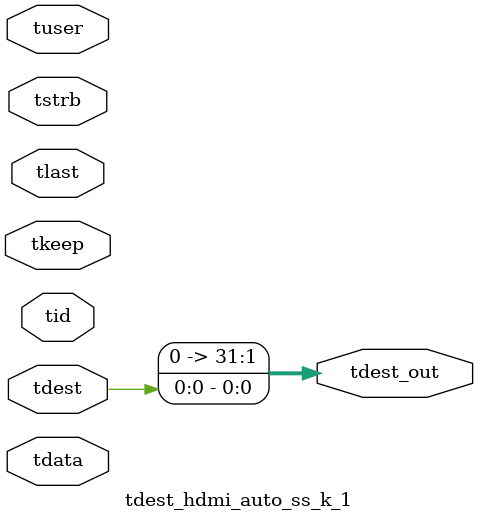
<source format=v>


`timescale 1ps/1ps

module tdest_hdmi_auto_ss_k_1 #
(
parameter C_S_AXIS_TDATA_WIDTH = 32,
parameter C_S_AXIS_TUSER_WIDTH = 0,
parameter C_S_AXIS_TID_WIDTH   = 0,
parameter C_S_AXIS_TDEST_WIDTH = 0,
parameter C_M_AXIS_TDEST_WIDTH = 32
)
(
input  [(C_S_AXIS_TDATA_WIDTH == 0 ? 1 : C_S_AXIS_TDATA_WIDTH)-1:0     ] tdata,
input  [(C_S_AXIS_TUSER_WIDTH == 0 ? 1 : C_S_AXIS_TUSER_WIDTH)-1:0     ] tuser,
input  [(C_S_AXIS_TID_WIDTH   == 0 ? 1 : C_S_AXIS_TID_WIDTH)-1:0       ] tid,
input  [(C_S_AXIS_TDEST_WIDTH == 0 ? 1 : C_S_AXIS_TDEST_WIDTH)-1:0     ] tdest,
input  [(C_S_AXIS_TDATA_WIDTH/8)-1:0 ] tkeep,
input  [(C_S_AXIS_TDATA_WIDTH/8)-1:0 ] tstrb,
input                                                                    tlast,
output [C_M_AXIS_TDEST_WIDTH-1:0] tdest_out
);

assign tdest_out = {tdest[0:0]};

endmodule


</source>
